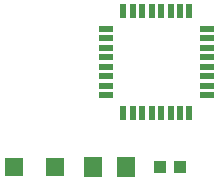
<source format=gtp>
G75*
%MOIN*%
%OFA0B0*%
%FSLAX25Y25*%
%IPPOS*%
%LPD*%
%AMOC8*
5,1,8,0,0,1.08239X$1,22.5*
%
%ADD10R,0.04331X0.03937*%
%ADD11R,0.05906X0.05906*%
%ADD12R,0.06299X0.07087*%
%ADD13R,0.02200X0.05000*%
%ADD14R,0.05000X0.02200*%
D10*
X0113132Y0016800D03*
X0119825Y0016800D03*
D11*
X0064589Y0016800D03*
X0078369Y0016800D03*
D12*
X0090967Y0016800D03*
X0101991Y0016800D03*
D13*
X0101005Y0034900D03*
X0104155Y0034900D03*
X0107305Y0034900D03*
X0110454Y0034900D03*
X0113604Y0034900D03*
X0116753Y0034900D03*
X0119903Y0034900D03*
X0123053Y0034900D03*
X0123053Y0068700D03*
X0119903Y0068700D03*
X0116753Y0068700D03*
X0113604Y0068700D03*
X0110454Y0068700D03*
X0107305Y0068700D03*
X0104155Y0068700D03*
X0101005Y0068700D03*
D14*
X0095129Y0062824D03*
X0095129Y0059674D03*
X0095129Y0056524D03*
X0095129Y0053375D03*
X0095129Y0050225D03*
X0095129Y0047076D03*
X0095129Y0043926D03*
X0095129Y0040776D03*
X0128929Y0040776D03*
X0128929Y0043926D03*
X0128929Y0047076D03*
X0128929Y0050225D03*
X0128929Y0053375D03*
X0128929Y0056524D03*
X0128929Y0059674D03*
X0128929Y0062824D03*
M02*

</source>
